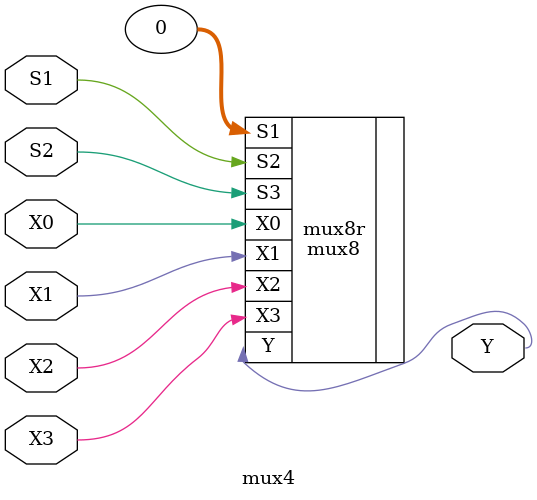
<source format=v>
`include "mux8.v"

module mux4(Y,X0,X1,X2,X3,S1,S2);

input X0,X1,X2,X3,S1,S2;
output Y;


mux8 mux8r(.Y(Y),.X0(X0),.X1(X1),.X2(X2),.X3(X3),.S1(0),.S2(S1),.S3(S2));

endmodule


</source>
